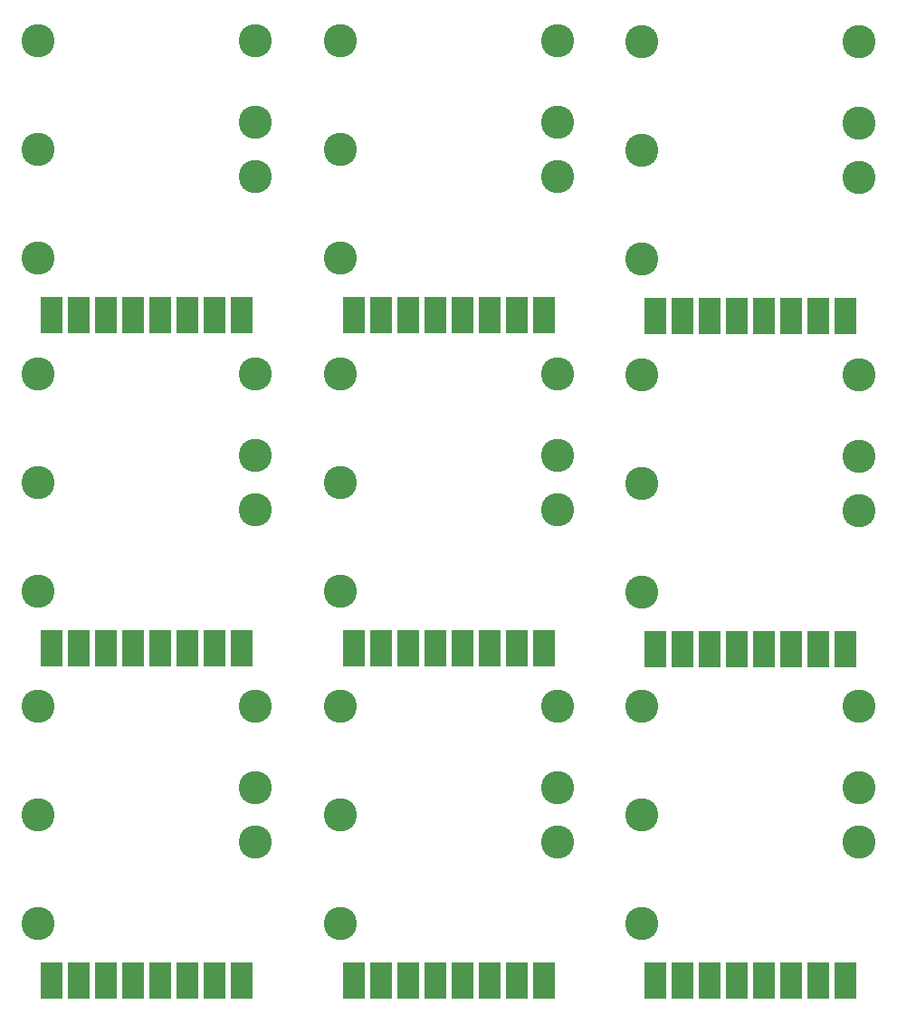
<source format=gbs>
G04 #@! TF.FileFunction,Soldermask,Bot*
%FSLAX46Y46*%
G04 Gerber Fmt 4.6, Leading zero omitted, Abs format (unit mm)*
G04 Created by KiCad (PCBNEW 4.0.5+dfsg1-4) date Sun Oct 21 20:25:12 2018*
%MOMM*%
%LPD*%
G01*
G04 APERTURE LIST*
%ADD10C,0.150000*%
%ADD11R,2.032000X3.508000*%
%ADD12C,3.108000*%
G04 APERTURE END LIST*
D10*
D11*
X101917500Y-53911500D03*
X99377500Y-53911500D03*
X96837500Y-53911500D03*
X91757500Y-53911500D03*
X89217500Y-53911500D03*
X94297500Y-53911500D03*
X86677500Y-53911500D03*
X84137500Y-53911500D03*
X158432500Y-53975000D03*
X155892500Y-53975000D03*
X153352500Y-53975000D03*
X148272500Y-53975000D03*
X145732500Y-53975000D03*
X150812500Y-53975000D03*
X143192500Y-53975000D03*
X140652500Y-53975000D03*
X158432500Y-85090000D03*
X155892500Y-85090000D03*
X153352500Y-85090000D03*
X148272500Y-85090000D03*
X145732500Y-85090000D03*
X150812500Y-85090000D03*
X143192500Y-85090000D03*
X140652500Y-85090000D03*
X130238500Y-85026500D03*
X127698500Y-85026500D03*
X125158500Y-85026500D03*
X120078500Y-85026500D03*
X117538500Y-85026500D03*
X122618500Y-85026500D03*
X114998500Y-85026500D03*
X112458500Y-85026500D03*
X101917500Y-85026500D03*
X99377500Y-85026500D03*
X96837500Y-85026500D03*
X91757500Y-85026500D03*
X89217500Y-85026500D03*
X94297500Y-85026500D03*
X86677500Y-85026500D03*
X84137500Y-85026500D03*
X101917500Y-116078000D03*
X99377500Y-116078000D03*
X96837500Y-116078000D03*
X91757500Y-116078000D03*
X89217500Y-116078000D03*
X94297500Y-116078000D03*
X86677500Y-116078000D03*
X84137500Y-116078000D03*
X130238500Y-116078000D03*
X127698500Y-116078000D03*
X125158500Y-116078000D03*
X120078500Y-116078000D03*
X117538500Y-116078000D03*
X122618500Y-116078000D03*
X114998500Y-116078000D03*
X112458500Y-116078000D03*
X158432500Y-116141500D03*
X155892500Y-116141500D03*
X153352500Y-116141500D03*
X148272500Y-116141500D03*
X145732500Y-116141500D03*
X150812500Y-116141500D03*
X143192500Y-116141500D03*
X140652500Y-116141500D03*
X130238500Y-53911500D03*
X127698500Y-53911500D03*
X125158500Y-53911500D03*
X120078500Y-53911500D03*
X117538500Y-53911500D03*
X122618500Y-53911500D03*
X114998500Y-53911500D03*
X112458500Y-53911500D03*
D12*
X103187500Y-28257500D03*
X103187500Y-35877500D03*
X103187500Y-40957500D03*
X82867500Y-38417500D03*
X82867500Y-28257500D03*
X82867500Y-48577500D03*
X131508500Y-28257500D03*
X131508500Y-35877500D03*
X131508500Y-40957500D03*
X111188500Y-38417500D03*
X111188500Y-28257500D03*
X111188500Y-48577500D03*
X159702500Y-28321000D03*
X159702500Y-35941000D03*
X159702500Y-41021000D03*
X139382500Y-38481000D03*
X139382500Y-28321000D03*
X139382500Y-48641000D03*
X159702500Y-59436000D03*
X159702500Y-67056000D03*
X159702500Y-72136000D03*
X139382500Y-69596000D03*
X139382500Y-59436000D03*
X139382500Y-79756000D03*
X131508500Y-59372500D03*
X131508500Y-66992500D03*
X131508500Y-72072500D03*
X111188500Y-69532500D03*
X111188500Y-59372500D03*
X111188500Y-79692500D03*
X103187500Y-59372500D03*
X103187500Y-66992500D03*
X103187500Y-72072500D03*
X82867500Y-69532500D03*
X82867500Y-59372500D03*
X82867500Y-79692500D03*
X131508500Y-90424000D03*
X131508500Y-98044000D03*
X131508500Y-103124000D03*
X111188500Y-100584000D03*
X111188500Y-90424000D03*
X111188500Y-110744000D03*
X159702500Y-90487500D03*
X159702500Y-98107500D03*
X159702500Y-103187500D03*
X139382500Y-100647500D03*
X139382500Y-90487500D03*
X139382500Y-110807500D03*
X103187500Y-90487500D03*
X103187500Y-98107500D03*
X103187500Y-103187500D03*
X82867500Y-100647500D03*
X82867500Y-90487500D03*
X82867500Y-110807500D03*
M02*

</source>
